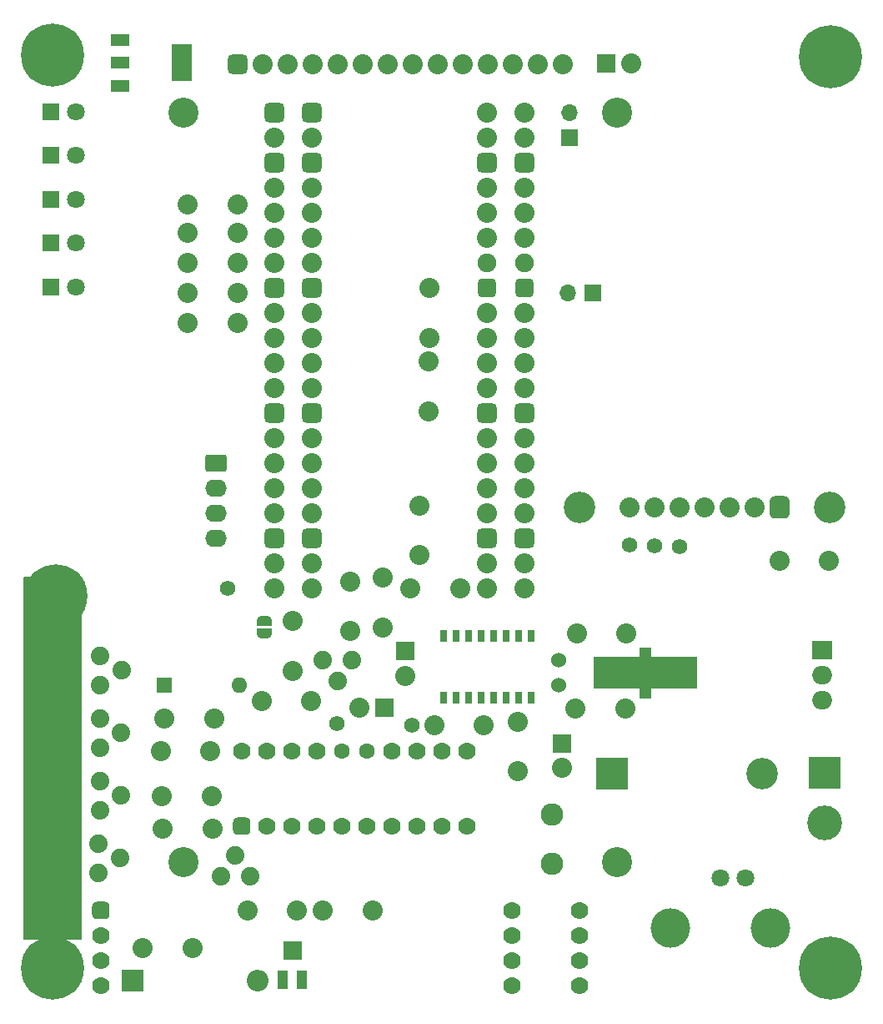
<source format=gbr>
%TF.GenerationSoftware,KiCad,Pcbnew,(6.0.10)*%
%TF.CreationDate,2023-01-18T20:55:07+05:30*%
%TF.ProjectId,RDX v2,52445820-7632-42e6-9b69-6361645f7063,rev?*%
%TF.SameCoordinates,Original*%
%TF.FileFunction,Soldermask,Top*%
%TF.FilePolarity,Negative*%
%FSLAX46Y46*%
G04 Gerber Fmt 4.6, Leading zero omitted, Abs format (unit mm)*
G04 Created by KiCad (PCBNEW (6.0.10)) date 2023-01-18 20:55:07*
%MOMM*%
%LPD*%
G01*
G04 APERTURE LIST*
G04 Aperture macros list*
%AMRoundRect*
0 Rectangle with rounded corners*
0 $1 Rounding radius*
0 $2 $3 $4 $5 $6 $7 $8 $9 X,Y pos of 4 corners*
0 Add a 4 corners polygon primitive as box body*
4,1,4,$2,$3,$4,$5,$6,$7,$8,$9,$2,$3,0*
0 Add four circle primitives for the rounded corners*
1,1,$1+$1,$2,$3*
1,1,$1+$1,$4,$5*
1,1,$1+$1,$6,$7*
1,1,$1+$1,$8,$9*
0 Add four rect primitives between the rounded corners*
20,1,$1+$1,$2,$3,$4,$5,0*
20,1,$1+$1,$4,$5,$6,$7,0*
20,1,$1+$1,$6,$7,$8,$9,0*
20,1,$1+$1,$8,$9,$2,$3,0*%
%AMFreePoly0*
4,1,22,0.500000,-0.750000,0.000000,-0.750000,0.000000,-0.745033,-0.079941,-0.743568,-0.215256,-0.701293,-0.333266,-0.622738,-0.424486,-0.514219,-0.481581,-0.384460,-0.499164,-0.250000,-0.500000,-0.250000,-0.500000,0.250000,-0.499164,0.250000,-0.499963,0.256109,-0.478152,0.396186,-0.417904,0.524511,-0.324060,0.630769,-0.204165,0.706417,-0.067858,0.745374,0.000000,0.744959,0.000000,0.750000,
0.500000,0.750000,0.500000,-0.750000,0.500000,-0.750000,$1*%
%AMFreePoly1*
4,1,20,0.000000,0.744959,0.073905,0.744508,0.209726,0.703889,0.328688,0.626782,0.421226,0.519385,0.479903,0.390333,0.500000,0.250000,0.500000,-0.250000,0.499851,-0.262216,0.476331,-0.402017,0.414519,-0.529596,0.319384,-0.634700,0.198574,-0.708877,0.061801,-0.746166,0.000000,-0.745033,0.000000,-0.750000,-0.500000,-0.750000,-0.500000,0.750000,0.000000,0.750000,0.000000,0.744959,
0.000000,0.744959,$1*%
G04 Aperture macros list end*
%ADD10C,0.150000*%
%ADD11RoundRect,0.444500X-0.444500X-0.444500X0.444500X-0.444500X0.444500X0.444500X-0.444500X0.444500X0*%
%ADD12C,1.778000*%
%ADD13C,1.574800*%
%ADD14C,2.032000*%
%ADD15C,0.800000*%
%ADD16C,6.400000*%
%ADD17FreePoly0,270.000000*%
%ADD18FreePoly1,270.000000*%
%ADD19RoundRect,0.250000X-0.845000X0.620000X-0.845000X-0.620000X0.845000X-0.620000X0.845000X0.620000X0*%
%ADD20O,2.190000X1.740000*%
%ADD21R,2.200000X2.200000*%
%ADD22O,2.200000X2.200000*%
%ADD23R,1.905000X1.905000*%
%ADD24R,3.302000X3.302000*%
%ADD25C,3.530600*%
%ADD26C,1.524000*%
%ADD27R,1.200000X1.200000*%
%ADD28R,10.500000X3.200000*%
%ADD29R,0.800000X1.300000*%
%ADD30R,1.016000X1.900000*%
%ADD31R,1.905000X1.900000*%
%ADD32R,3.200000X3.200000*%
%ADD33O,3.200000X3.200000*%
%ADD34C,1.879600*%
%ADD35C,4.000000*%
%ADD36C,1.800000*%
%ADD37R,1.700000X1.700000*%
%ADD38O,1.700000X1.700000*%
%ADD39RoundRect,0.508000X-0.508000X-0.508000X0.508000X-0.508000X0.508000X0.508000X-0.508000X0.508000X0*%
%ADD40RoundRect,0.476250X-0.476250X-0.476250X0.476250X-0.476250X0.476250X0.476250X-0.476250X0.476250X0*%
%ADD41C,1.905000*%
%ADD42C,3.200000*%
%ADD43RoundRect,0.508000X-0.508000X0.635000X-0.508000X-0.635000X0.508000X-0.635000X0.508000X0.635000X0*%
%ADD44C,2.286000*%
%ADD45RoundRect,0.444500X0.444500X-0.444500X0.444500X0.444500X-0.444500X0.444500X-0.444500X-0.444500X0*%
%ADD46C,1.600000*%
%ADD47R,1.600000X1.600000*%
%ADD48O,1.600000X1.600000*%
%ADD49R,1.905000X1.143000*%
%ADD50R,2.032000X3.683000*%
%ADD51R,2.000000X1.905000*%
%ADD52O,2.000000X1.905000*%
%ADD53R,1.800000X1.800000*%
%ADD54C,3.048000*%
%ADD55RoundRect,0.508000X-0.508000X0.508000X-0.508000X-0.508000X0.508000X-0.508000X0.508000X0.508000X0*%
G04 APERTURE END LIST*
D10*
X71018400Y-111912400D02*
X76809600Y-111912400D01*
X76809600Y-111912400D02*
X76809600Y-148590000D01*
X76809600Y-148590000D02*
X71018400Y-148590000D01*
X71018400Y-148590000D02*
X71018400Y-111912400D01*
G36*
X71018400Y-111912400D02*
G01*
X76809600Y-111912400D01*
X76809600Y-148590000D01*
X71018400Y-148590000D01*
X71018400Y-111912400D01*
G37*
D11*
%TO.C,M3*%
X78782000Y-145697750D03*
D12*
X78782000Y-148237750D03*
X78782000Y-150777750D03*
X127448400Y-150777750D03*
X120590400Y-145697750D03*
X127448400Y-153317750D03*
X78782000Y-153317750D03*
X120590400Y-148237750D03*
X120590400Y-153317750D03*
X127448400Y-148237750D03*
X127448400Y-145697750D03*
X120590400Y-150777750D03*
%TD*%
D13*
%TO.C,J3*%
X132461000Y-108585000D03*
%TD*%
D14*
%TO.C,C18*%
X90043000Y-134112000D03*
X85043000Y-134112000D03*
%TD*%
%TO.C,C9*%
X115276000Y-113030000D03*
X110276000Y-113030000D03*
%TD*%
D15*
%TO.C,H3*%
X73914000Y-56528000D03*
X73914000Y-61328000D03*
X75611056Y-57230944D03*
X71514000Y-58928000D03*
X72216944Y-57230944D03*
D16*
X73914000Y-58928000D03*
D15*
X75611056Y-60625056D03*
X72216944Y-60625056D03*
X76314000Y-58928000D03*
%TD*%
D14*
%TO.C,R6*%
X92710000Y-86106000D03*
X87630000Y-86106000D03*
%TD*%
D17*
%TO.C,J10*%
X95377000Y-116302000D03*
D18*
X95377000Y-117602000D03*
%TD*%
D14*
%TO.C,C16*%
X89916000Y-129540000D03*
X84916000Y-129540000D03*
%TD*%
%TO.C,C14*%
X90130000Y-137414000D03*
X85130000Y-137414000D03*
%TD*%
D19*
%TO.C,J6*%
X90531000Y-100330000D03*
D20*
X90531000Y-102870000D03*
X90531000Y-105410000D03*
X90531000Y-107950000D03*
%TD*%
D21*
%TO.C,D8*%
X82031200Y-152781000D03*
D22*
X94731200Y-152781000D03*
%TD*%
D14*
%TO.C,R7*%
X101371400Y-145694400D03*
X106451400Y-145694400D03*
%TD*%
%TO.C,R4*%
X92710000Y-83058000D03*
X87630000Y-83058000D03*
%TD*%
D16*
%TO.C,H1*%
X152908000Y-151511000D03*
D15*
X151210944Y-149813944D03*
X154605056Y-149813944D03*
X152908000Y-149111000D03*
X152908000Y-153911000D03*
X154605056Y-153208056D03*
X155308000Y-151511000D03*
X151210944Y-153208056D03*
X150508000Y-151511000D03*
%TD*%
D23*
%TO.C,C6*%
X125603000Y-128715888D03*
D14*
X125603000Y-131215888D03*
%TD*%
D24*
%TO.C,J12*%
X152273000Y-131699000D03*
D25*
X152273000Y-136779000D03*
%TD*%
D26*
%TO.C,Y1*%
X125330000Y-122839000D03*
X125330000Y-120299000D03*
D27*
X134080000Y-123569000D03*
X134080000Y-119569000D03*
D28*
X134080000Y-121569000D03*
%TD*%
D14*
%TO.C,R12*%
X85217000Y-126238000D03*
X90297000Y-126238000D03*
%TD*%
D29*
%TO.C,U2*%
X113609200Y-124104800D03*
X114889200Y-124104800D03*
X116149200Y-124104800D03*
X117419200Y-124104800D03*
X118699200Y-124104800D03*
X119969200Y-124104800D03*
X121229200Y-124104800D03*
X122509200Y-124104800D03*
X122509200Y-117804800D03*
X121229200Y-117804800D03*
X119969200Y-117804800D03*
X118699200Y-117804800D03*
X117419200Y-117804800D03*
X116149200Y-117804800D03*
X114889200Y-117804800D03*
X113609200Y-117804800D03*
%TD*%
D23*
%TO.C,C3*%
X107605713Y-125069600D03*
D14*
X105105713Y-125069600D03*
%TD*%
D30*
%TO.C,D9*%
X97322600Y-152706200D03*
X99222600Y-152706200D03*
D31*
X98272600Y-149706200D03*
%TD*%
D32*
%TO.C,D7*%
X130683000Y-131826000D03*
D33*
X145923000Y-131826000D03*
%TD*%
D14*
%TO.C,R8*%
X98298000Y-116332000D03*
X98298000Y-121412000D03*
%TD*%
%TO.C,C10*%
X127127000Y-117602000D03*
X132127000Y-117602000D03*
%TD*%
%TO.C,C11*%
X127040000Y-125222000D03*
X132040000Y-125222000D03*
%TD*%
%TO.C,R2*%
X92710000Y-80010000D03*
X87630000Y-80010000D03*
%TD*%
D13*
%TO.C,J1*%
X91694000Y-113030000D03*
%TD*%
D15*
%TO.C,H5*%
X74218800Y-111392000D03*
X75915856Y-112094944D03*
D16*
X74218800Y-113792000D03*
D15*
X71818800Y-113792000D03*
X74218800Y-116192000D03*
X72521744Y-112094944D03*
X75915856Y-115489056D03*
X76618800Y-113792000D03*
X72521744Y-115489056D03*
%TD*%
D23*
%TO.C,C8*%
X109728000Y-119380000D03*
D14*
X109728000Y-121880000D03*
%TD*%
D34*
%TO.C,Q3*%
X78600301Y-138861842D03*
X80733901Y-140335042D03*
X78600301Y-141833642D03*
%TD*%
D14*
%TO.C,C2*%
X112689000Y-126873000D03*
X117689000Y-126873000D03*
%TD*%
%TO.C,C15*%
X104140000Y-117348000D03*
X104140000Y-112348000D03*
%TD*%
D34*
%TO.C,Q6*%
X78727301Y-126161842D03*
X80860901Y-127635042D03*
X78727301Y-129133642D03*
%TD*%
D14*
%TO.C,C12*%
X93740600Y-145643600D03*
X98740600Y-145643600D03*
%TD*%
D13*
%TO.C,J2*%
X110388400Y-126873000D03*
%TD*%
D15*
%TO.C,H2*%
X152908000Y-61455000D03*
X151210944Y-57357944D03*
X154605056Y-57357944D03*
D16*
X152908000Y-59055000D03*
D15*
X155308000Y-59055000D03*
X154605056Y-60752056D03*
X152908000Y-56655000D03*
X150508000Y-59055000D03*
X151210944Y-60752056D03*
%TD*%
D35*
%TO.C,J11*%
X136652000Y-147442000D03*
X146812000Y-147442000D03*
D36*
X141732000Y-142362000D03*
X144272000Y-142362000D03*
%TD*%
D37*
%TO.C,J8*%
X128783000Y-83058000D03*
D38*
X126243000Y-83058000D03*
%TD*%
D34*
%TO.C,Q2*%
X104343158Y-120256301D03*
X102869958Y-122389901D03*
X101371358Y-120256301D03*
%TD*%
D14*
%TO.C,C17*%
X83098000Y-149479000D03*
X88098000Y-149479000D03*
%TD*%
D13*
%TO.C,J5*%
X137617200Y-108762800D03*
%TD*%
D34*
%TO.C,Q5*%
X78765400Y-119811800D03*
X80899000Y-121285000D03*
X78765400Y-122783600D03*
%TD*%
%TO.C,Q4*%
X78727301Y-132511842D03*
X80860901Y-133985042D03*
X78727301Y-135483642D03*
%TD*%
%TO.C,Q1*%
X90982800Y-142214600D03*
X92456000Y-140081000D03*
X93954600Y-142214600D03*
%TD*%
D14*
%TO.C,R1*%
X92710000Y-74041000D03*
X87630000Y-74041000D03*
%TD*%
D39*
%TO.C,M2*%
X96393000Y-64770000D03*
X100203000Y-64770000D03*
D14*
X96393000Y-67310000D03*
X100203000Y-67310000D03*
D39*
X96393000Y-69850000D03*
X100203000Y-69850000D03*
D14*
X96393000Y-72390000D03*
X100203000Y-72390000D03*
X100203000Y-74930000D03*
X96393000Y-74930000D03*
X96393000Y-77470000D03*
X100203000Y-77470000D03*
X96393000Y-80010000D03*
X100203000Y-80010000D03*
D39*
X100203000Y-82550000D03*
X96393000Y-82550000D03*
D14*
X96393000Y-85090000D03*
X100203000Y-85090000D03*
X100203000Y-87630000D03*
X96393000Y-87630000D03*
X100203000Y-90170000D03*
X96393000Y-90170000D03*
X100203000Y-92710000D03*
X96393000Y-92710000D03*
D39*
X100203000Y-95250000D03*
X96393000Y-95250000D03*
D14*
X100203000Y-97790000D03*
X96393000Y-97790000D03*
X100203000Y-100330000D03*
X96393000Y-100330000D03*
X100203000Y-102870000D03*
X96393000Y-102870000D03*
X100203000Y-105410000D03*
X96393000Y-105410000D03*
D39*
X96393000Y-107950000D03*
X100203000Y-107950000D03*
D14*
X96393000Y-110490000D03*
X100203000Y-110490000D03*
X96393000Y-113030000D03*
X100203000Y-113030000D03*
X121793000Y-113030000D03*
X117983000Y-113030000D03*
X121793000Y-110490000D03*
X117983000Y-110490000D03*
D39*
X121793000Y-107950000D03*
X117983000Y-107950000D03*
D14*
X117983000Y-105410000D03*
X121793000Y-105410000D03*
X117983000Y-102870000D03*
X121793000Y-102870000D03*
X121793000Y-100330000D03*
X117983000Y-100330000D03*
X117983000Y-97790000D03*
X121793000Y-97790000D03*
D39*
X117983000Y-95250000D03*
X121793000Y-95250000D03*
D14*
X117983000Y-92710000D03*
X121793000Y-92710000D03*
X117983000Y-90170000D03*
X121793000Y-90170000D03*
X117983000Y-87630000D03*
X121793000Y-87630000D03*
X121793000Y-85090000D03*
X117983000Y-85090000D03*
D40*
X117983000Y-82550000D03*
X121793000Y-82550000D03*
D41*
X121793000Y-80010000D03*
X117983000Y-80010000D03*
D14*
X117983000Y-77470000D03*
X121793000Y-77470000D03*
X121793000Y-74930000D03*
X117983000Y-74930000D03*
X121793000Y-72390000D03*
X117983000Y-72390000D03*
D39*
X117983000Y-69850000D03*
X121793000Y-69850000D03*
D14*
X121793000Y-67310000D03*
X117983000Y-67310000D03*
X117983000Y-64770000D03*
X121793000Y-64770000D03*
%TD*%
%TO.C,R9*%
X107442000Y-116967000D03*
X107442000Y-111887000D03*
%TD*%
D42*
%TO.C,M1*%
X127381000Y-104775000D03*
X152781000Y-104775000D03*
D43*
X147701000Y-104775000D03*
D14*
X145161000Y-104775000D03*
X142621000Y-104775000D03*
X140081000Y-104775000D03*
X137541000Y-104775000D03*
X135001000Y-104775000D03*
X132461000Y-104775000D03*
%TD*%
D37*
%TO.C,J7*%
X126390400Y-67284600D03*
D38*
X126390400Y-64744600D03*
%TD*%
D14*
%TO.C,C5*%
X147715600Y-110185200D03*
X152715600Y-110185200D03*
%TD*%
D15*
%TO.C,H4*%
X73914000Y-153911000D03*
X75611056Y-153208056D03*
X72216944Y-153208056D03*
X71514000Y-151511000D03*
D16*
X73914000Y-151511000D03*
D15*
X76314000Y-151511000D03*
X72216944Y-149813944D03*
X75611056Y-149813944D03*
X73914000Y-149111000D03*
%TD*%
D13*
%TO.C,J4*%
X135026400Y-108635800D03*
%TD*%
D44*
%TO.C,C1*%
X124587000Y-135930000D03*
X124587000Y-140930000D03*
%TD*%
D13*
%TO.C,J9*%
X102793800Y-126720600D03*
%TD*%
D45*
%TO.C,U4*%
X93096000Y-137150000D03*
D12*
X95636000Y-137150000D03*
X98176000Y-137150000D03*
X100716000Y-137150000D03*
X103256000Y-137150000D03*
X105796000Y-137150000D03*
X108336000Y-137150000D03*
X110876000Y-137150000D03*
X113416000Y-137150000D03*
X115956000Y-137150000D03*
X115956000Y-129530000D03*
X113416000Y-129530000D03*
X110876000Y-129530000D03*
X108336000Y-129530000D03*
D46*
X105796000Y-129530000D03*
X103256000Y-129530000D03*
D12*
X100716000Y-129530000D03*
X98176000Y-129530000D03*
X95636000Y-129530000D03*
X93096000Y-129530000D03*
%TD*%
D47*
%TO.C,D6*%
X85217000Y-122809000D03*
D48*
X92837000Y-122809000D03*
%TD*%
D14*
%TO.C,R3*%
X92710000Y-76962000D03*
X87630000Y-76962000D03*
%TD*%
%TO.C,R11*%
X112090200Y-89941400D03*
X112090200Y-95021400D03*
%TD*%
%TO.C,R10*%
X112141000Y-82524600D03*
X112141000Y-87604600D03*
%TD*%
%TO.C,C13*%
X100163000Y-124460000D03*
X95163000Y-124460000D03*
%TD*%
%TO.C,C4*%
X121158000Y-131532000D03*
X121158000Y-126532000D03*
%TD*%
D23*
%TO.C,C7*%
X130138288Y-59766200D03*
D14*
X132638288Y-59766200D03*
%TD*%
D49*
%TO.C,U3*%
X80771600Y-57390000D03*
X80771600Y-59690000D03*
D50*
X87071600Y-59690000D03*
D49*
X80771600Y-61990000D03*
%TD*%
D14*
%TO.C,C19*%
X111175800Y-104637200D03*
X111175800Y-109637200D03*
%TD*%
D51*
%TO.C,U1*%
X152090000Y-119253000D03*
D52*
X152090000Y-121793000D03*
X152090000Y-124333000D03*
%TD*%
D53*
%TO.C,D1*%
X73782000Y-64643000D03*
D36*
X76322000Y-64643000D03*
%TD*%
D53*
%TO.C,D3*%
X73782000Y-69088000D03*
D36*
X76322000Y-69088000D03*
%TD*%
D53*
%TO.C,D2*%
X73782000Y-73533000D03*
D36*
X76322000Y-73533000D03*
%TD*%
D54*
%TO.C,U5*%
X87239000Y-64705000D03*
X131239000Y-64705000D03*
X131239000Y-140785000D03*
X87239000Y-140785000D03*
D55*
X92729000Y-59785000D03*
D14*
X95269000Y-59785000D03*
X97809000Y-59785000D03*
X100349000Y-59785000D03*
X102889000Y-59785000D03*
X105429000Y-59785000D03*
X107969000Y-59785000D03*
X110509000Y-59785000D03*
X113049000Y-59785000D03*
X115589000Y-59785000D03*
X118129000Y-59785000D03*
X120669000Y-59785000D03*
X123209000Y-59785000D03*
X125749000Y-59785000D03*
%TD*%
D53*
%TO.C,D5*%
X73782000Y-82423000D03*
D36*
X76322000Y-82423000D03*
%TD*%
D53*
%TO.C,D4*%
X73782000Y-77978000D03*
D36*
X76322000Y-77978000D03*
%TD*%
M02*

</source>
